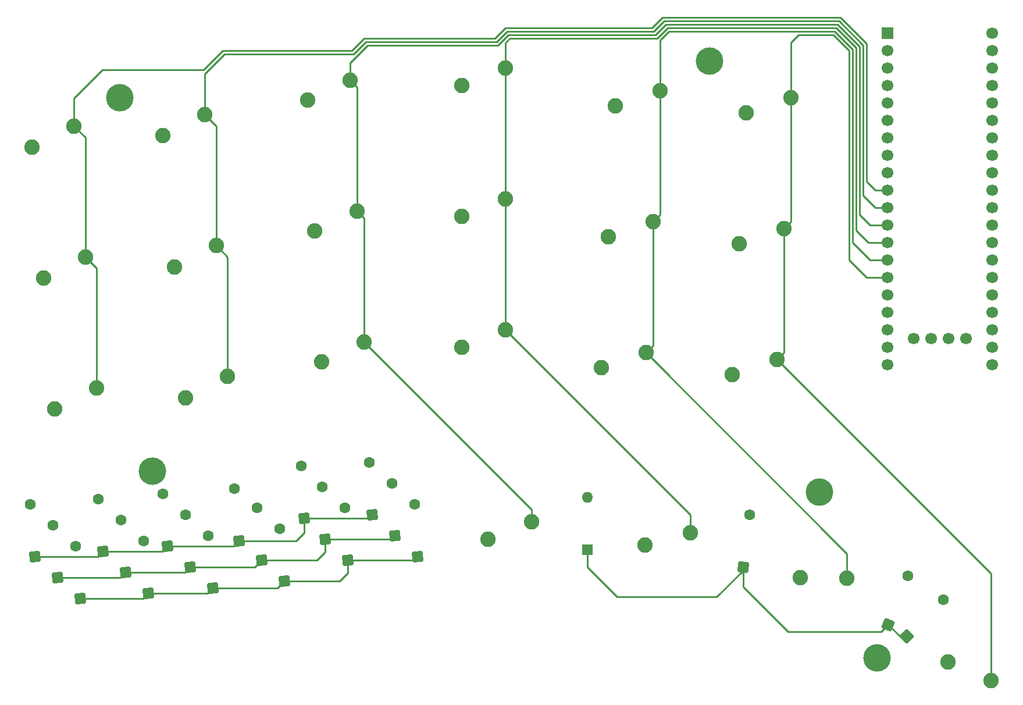
<source format=gtl>
%TF.GenerationSoftware,KiCad,Pcbnew,5.99.0-unknown-47cb7f53fd~143~ubuntu20.04.1*%
%TF.CreationDate,2021-11-19T15:51:58+01:00*%
%TF.ProjectId,rad-pad,7261642d-7061-4642-9e6b-696361645f70,rev?*%
%TF.SameCoordinates,Original*%
%TF.FileFunction,Copper,L1,Top*%
%TF.FilePolarity,Positive*%
%FSLAX46Y46*%
G04 Gerber Fmt 4.6, Leading zero omitted, Abs format (unit mm)*
G04 Created by KiCad (PCBNEW 5.99.0-unknown-47cb7f53fd~143~ubuntu20.04.1) date 2021-11-19 15:51:58*
%MOMM*%
%LPD*%
G01*
G04 APERTURE LIST*
G04 Aperture macros list*
%AMRoundRect*
0 Rectangle with rounded corners*
0 $1 Rounding radius*
0 $2 $3 $4 $5 $6 $7 $8 $9 X,Y pos of 4 corners*
0 Add a 4 corners polygon primitive as box body*
4,1,4,$2,$3,$4,$5,$6,$7,$8,$9,$2,$3,0*
0 Add four circle primitives for the rounded corners*
1,1,$1+$1,$2,$3*
1,1,$1+$1,$4,$5*
1,1,$1+$1,$6,$7*
1,1,$1+$1,$8,$9*
0 Add four rect primitives between the rounded corners*
20,1,$1+$1,$2,$3,$4,$5,0*
20,1,$1+$1,$4,$5,$6,$7,0*
20,1,$1+$1,$6,$7,$8,$9,0*
20,1,$1+$1,$8,$9,$2,$3,0*%
%AMHorizOval*
0 Thick line with rounded ends*
0 $1 width*
0 $2 $3 position (X,Y) of the first rounded end (center of the circle)*
0 $4 $5 position (X,Y) of the second rounded end (center of the circle)*
0 Add line between two ends*
20,1,$1,$2,$3,$4,$5,0*
0 Add two circle primitives to create the rounded ends*
1,1,$1,$2,$3*
1,1,$1,$4,$5*%
G04 Aperture macros list end*
%TA.AperFunction,ComponentPad*%
%ADD10C,2.250000*%
%TD*%
%TA.AperFunction,ComponentPad*%
%ADD11RoundRect,0.160000X0.693344X-0.581785X0.581785X0.693344X-0.693344X0.581785X-0.581785X-0.693344X0*%
%TD*%
%TA.AperFunction,ComponentPad*%
%ADD12HorizOval,1.600000X0.000000X0.000000X0.000000X0.000000X0*%
%TD*%
%TA.AperFunction,ComponentPad*%
%ADD13C,4.000000*%
%TD*%
%TA.AperFunction,ComponentPad*%
%ADD14RoundRect,0.160000X0.353649X-0.833146X0.833146X0.353649X-0.353649X0.833146X-0.833146X-0.353649X0*%
%TD*%
%TA.AperFunction,ComponentPad*%
%ADD15HorizOval,1.600000X0.000000X0.000000X0.000000X0.000000X0*%
%TD*%
%TA.AperFunction,ComponentPad*%
%ADD16RoundRect,0.160000X0.672618X-0.605628X0.605628X0.672618X-0.672618X0.605628X-0.605628X-0.672618X0*%
%TD*%
%TA.AperFunction,ComponentPad*%
%ADD17HorizOval,1.600000X0.000000X0.000000X0.000000X0.000000X0*%
%TD*%
%TA.AperFunction,ComponentPad*%
%ADD18RoundRect,0.160000X0.640000X-0.640000X0.640000X0.640000X-0.640000X0.640000X-0.640000X-0.640000X0*%
%TD*%
%TA.AperFunction,ComponentPad*%
%ADD19O,1.600000X1.600000*%
%TD*%
%TA.AperFunction,ComponentPad*%
%ADD20RoundRect,0.160000X0.557233X-0.713226X0.713226X0.557233X-0.557233X0.713226X-0.713226X-0.557233X0*%
%TD*%
%TA.AperFunction,ComponentPad*%
%ADD21HorizOval,1.600000X0.000000X0.000000X0.000000X0.000000X0*%
%TD*%
%TA.AperFunction,ComponentPad*%
%ADD22R,1.700000X1.700000*%
%TD*%
%TA.AperFunction,ComponentPad*%
%ADD23C,1.700000*%
%TD*%
%TA.AperFunction,ComponentPad*%
%ADD24RoundRect,0.160000X0.000000X-0.905097X0.905097X0.000000X0.000000X0.905097X-0.905097X0.000000X0*%
%TD*%
%TA.AperFunction,ComponentPad*%
%ADD25HorizOval,1.600000X0.000000X0.000000X0.000000X0.000000X0*%
%TD*%
%TA.AperFunction,Conductor*%
%ADD26C,0.254000*%
%TD*%
G04 APERTURE END LIST*
D10*
%TO.P,SW6,1,1*%
%TO.N,Net-(D6-Pad2)*%
X82978123Y-103846729D03*
%TO.P,SW6,2,2*%
%TO.N,col1*%
X89082583Y-100762955D03*
%TD*%
%TO.P,SW7,1,1*%
%TO.N,Net-(D7-Pad2)*%
X100710288Y-60527881D03*
%TO.P,SW7,2,2*%
%TO.N,col2*%
X106918652Y-57659029D03*
%TD*%
D11*
%TO.P,D11,1,K*%
%TO.N,row0*%
X90756063Y-124699502D03*
D12*
%TO.P,D11,2,A*%
%TO.N,Net-(D11-Pad2)*%
X90091937Y-117108498D03*
%TD*%
D11*
%TO.P,D4,1,K*%
%TO.N,row0*%
X70944063Y-126223502D03*
D12*
%TO.P,D4,2,A*%
%TO.N,Net-(D4-Pad2)*%
X70279937Y-118632498D03*
%TD*%
D11*
%TO.P,D13,1,K*%
%TO.N,row2*%
X97360063Y-130541502D03*
D12*
%TO.P,D13,2,A*%
%TO.N,Net-(D13-Pad2)*%
X96695937Y-122950498D03*
%TD*%
D11*
%TO.P,D6,1,K*%
%TO.N,row2*%
X77548063Y-132319502D03*
D12*
%TO.P,D6,2,A*%
%TO.N,Net-(D6-Pad2)*%
X76883937Y-124728498D03*
%TD*%
D10*
%TO.P,SW1,1,1*%
%TO.N,Net-(D1-Pad2)*%
X60626123Y-67397729D03*
%TO.P,SW1,2,2*%
%TO.N,col0*%
X66730583Y-64313955D03*
%TD*%
D13*
%TO.P,H5,*%
%TO.N,*%
X183642000Y-141732000D03*
%TD*%
%TO.P,H2,*%
%TO.N,*%
X159258000Y-54864000D03*
%TD*%
D11*
%TO.P,D7,1,K*%
%TO.N,row0*%
X80342063Y-125461502D03*
D12*
%TO.P,D7,2,A*%
%TO.N,Net-(D7-Pad2)*%
X79677937Y-117870498D03*
%TD*%
D14*
%TO.P,D18,1,K*%
%TO.N,row3*%
X185262749Y-136859140D03*
D15*
%TO.P,D18,2,A*%
%TO.N,Net-(D18-Pad2)*%
X188117251Y-129794000D03*
%TD*%
D10*
%TO.P,SW13,1,1*%
%TO.N,Net-(D13-Pad2)*%
X123190000Y-96520000D03*
%TO.P,SW13,2,2*%
%TO.N,col3*%
X129540000Y-93980000D03*
%TD*%
D16*
%TO.P,D19,1,K*%
%TO.N,row0*%
X110126800Y-120893558D03*
D17*
%TO.P,D19,2,A*%
%TO.N,Net-(D19-Pad2)*%
X109728000Y-113284000D03*
%TD*%
D11*
%TO.P,D12,1,K*%
%TO.N,row1*%
X94058063Y-127493502D03*
D12*
%TO.P,D12,2,A*%
%TO.N,Net-(D12-Pad2)*%
X93393937Y-119902498D03*
%TD*%
D10*
%TO.P,SW18,1,1*%
%TO.N,Net-(D18-Pad2)*%
X172424930Y-130075702D03*
%TO.P,SW18,2,2*%
%TO.N,col4*%
X179264048Y-130099407D03*
%TD*%
D16*
%TO.P,D21,1,K*%
%TO.N,row2*%
X116730800Y-126989558D03*
D17*
%TO.P,D21,2,A*%
%TO.N,Net-(D21-Pad2)*%
X116332000Y-119380000D03*
%TD*%
D10*
%TO.P,SW8,1,1*%
%TO.N,Net-(D8-Pad2)*%
X101726288Y-79577881D03*
%TO.P,SW8,2,2*%
%TO.N,col2*%
X107934652Y-76709029D03*
%TD*%
D18*
%TO.P,D10,1,K*%
%TO.N,row3*%
X141478000Y-125984000D03*
D19*
%TO.P,D10,2,A*%
%TO.N,Net-(D10-Pad2)*%
X141478000Y-118364000D03*
%TD*%
D10*
%TO.P,SW17,1,1*%
%TO.N,Net-(D17-Pad2)*%
X143521155Y-99499081D03*
%TO.P,SW17,2,2*%
%TO.N,col4*%
X149995386Y-97294895D03*
%TD*%
%TO.P,SW5,1,1*%
%TO.N,Net-(D5-Pad2)*%
X81327123Y-84796729D03*
%TO.P,SW5,2,2*%
%TO.N,col1*%
X87431583Y-81712955D03*
%TD*%
D13*
%TO.P,H6,*%
%TO.N,*%
X78105000Y-114554000D03*
%TD*%
D10*
%TO.P,SW14,1,1*%
%TO.N,Net-(D14-Pad2)*%
X149816947Y-125284611D03*
%TO.P,SW14,2,2*%
%TO.N,col3*%
X156429163Y-123537414D03*
%TD*%
%TO.P,SW21,1,1*%
%TO.N,Net-(D21-Pad2)*%
X162571155Y-100515081D03*
%TO.P,SW21,2,2*%
%TO.N,col5*%
X169045386Y-98310895D03*
%TD*%
D11*
%TO.P,D2,1,K*%
%TO.N,row1*%
X64340063Y-130033502D03*
D12*
%TO.P,D2,2,A*%
%TO.N,Net-(D2-Pad2)*%
X63675937Y-122442498D03*
%TD*%
D10*
%TO.P,SW11,1,1*%
%TO.N,Net-(D11-Pad2)*%
X123190000Y-58420000D03*
%TO.P,SW11,2,2*%
%TO.N,col3*%
X129540000Y-55880000D03*
%TD*%
%TO.P,SW12,1,1*%
%TO.N,Net-(D12-Pad2)*%
X123190000Y-77470000D03*
%TO.P,SW12,2,2*%
%TO.N,col3*%
X129540000Y-74930000D03*
%TD*%
%TO.P,SW19,1,1*%
%TO.N,Net-(D19-Pad2)*%
X164603155Y-62415081D03*
%TO.P,SW19,2,2*%
%TO.N,col5*%
X171077386Y-60210895D03*
%TD*%
D11*
%TO.P,D8,1,K*%
%TO.N,row1*%
X83644063Y-128509502D03*
D12*
%TO.P,D8,2,A*%
%TO.N,Net-(D8-Pad2)*%
X82979937Y-120918498D03*
%TD*%
D10*
%TO.P,SW9,1,1*%
%TO.N,Net-(D9-Pad2)*%
X102742288Y-98627881D03*
%TO.P,SW9,2,2*%
%TO.N,col2*%
X108950652Y-95759029D03*
%TD*%
D20*
%TO.P,D14,1,K*%
%TO.N,row3*%
X164127678Y-128495601D03*
D21*
%TO.P,D14,2,A*%
%TO.N,Net-(D14-Pad2)*%
X165056322Y-120932399D03*
%TD*%
D11*
%TO.P,D5,1,K*%
%TO.N,row1*%
X74246063Y-129271502D03*
D12*
%TO.P,D5,2,A*%
%TO.N,Net-(D5-Pad2)*%
X73581937Y-121680498D03*
%TD*%
D11*
%TO.P,D1,1,K*%
%TO.N,row0*%
X61038063Y-126985502D03*
D12*
%TO.P,D1,2,A*%
%TO.N,Net-(D1-Pad2)*%
X60373937Y-119394498D03*
%TD*%
D10*
%TO.P,SW2,1,1*%
%TO.N,Net-(D2-Pad2)*%
X62277123Y-86447729D03*
%TO.P,SW2,2,2*%
%TO.N,col0*%
X68381583Y-83363955D03*
%TD*%
D16*
%TO.P,D16,1,K*%
%TO.N,row1*%
X103268800Y-124449558D03*
D17*
%TO.P,D16,2,A*%
%TO.N,Net-(D16-Pad2)*%
X102870000Y-116840000D03*
%TD*%
D13*
%TO.P,H4,*%
%TO.N,*%
X175260000Y-117602000D03*
%TD*%
D11*
%TO.P,D3,1,K*%
%TO.N,row2*%
X67642063Y-133081502D03*
D12*
%TO.P,D3,2,A*%
%TO.N,Net-(D3-Pad2)*%
X66977937Y-125490498D03*
%TD*%
D16*
%TO.P,D15,1,K*%
%TO.N,row0*%
X100220800Y-121401558D03*
D17*
%TO.P,D15,2,A*%
%TO.N,Net-(D15-Pad2)*%
X99822000Y-113792000D03*
%TD*%
D22*
%TO.P,U2,1,PB12*%
%TO.N,unconnected-(U2-Pad1)*%
X185166000Y-50800000D03*
D23*
%TO.P,U2,2,PB13*%
%TO.N,unconnected-(U2-Pad2)*%
X185166000Y-53340000D03*
%TO.P,U2,3,PB14*%
%TO.N,unconnected-(U2-Pad3)*%
X185166000Y-55880000D03*
%TO.P,U2,4,PB15*%
%TO.N,unconnected-(U2-Pad4)*%
X185166000Y-58420000D03*
%TO.P,U2,5,PA8*%
%TO.N,unconnected-(U2-Pad5)*%
X185166000Y-60960000D03*
%TO.P,U2,6,PA9*%
%TO.N,unconnected-(U2-Pad6)*%
X185166000Y-63500000D03*
%TO.P,U2,7,PA10*%
%TO.N,unconnected-(U2-Pad7)*%
X185166000Y-66040000D03*
%TO.P,U2,8,PA11*%
%TO.N,unconnected-(U2-Pad8)*%
X185166000Y-68580000D03*
%TO.P,U2,9,PA12*%
%TO.N,unconnected-(U2-Pad9)*%
X185166000Y-71120000D03*
%TO.P,U2,10,PA15*%
%TO.N,col0*%
X185166000Y-73660000D03*
%TO.P,U2,11,PB3*%
%TO.N,col1*%
X185166000Y-76200000D03*
%TO.P,U2,12,PB4*%
%TO.N,col2*%
X185166000Y-78740000D03*
%TO.P,U2,13,PB5*%
%TO.N,col3*%
X185166000Y-81280000D03*
%TO.P,U2,14,PB6*%
%TO.N,col4*%
X185166000Y-83820000D03*
%TO.P,U2,15,PB7*%
%TO.N,col5*%
X185166000Y-86360000D03*
%TO.P,U2,16,PB8*%
%TO.N,unconnected-(U2-Pad16)*%
X185166000Y-88900000D03*
%TO.P,U2,17,PB9*%
%TO.N,unconnected-(U2-Pad17)*%
X185166000Y-91440000D03*
%TO.P,U2,18,5V*%
%TO.N,unconnected-(U2-Pad18)*%
X185166000Y-93980000D03*
%TO.P,U2,19,GND*%
%TO.N,GND*%
X185166000Y-96520000D03*
%TO.P,U2,20,3V3*%
%TO.N,unconnected-(U2-Pad20)*%
X185166000Y-99060000D03*
%TO.P,U2,21,VBat*%
%TO.N,unconnected-(U2-Pad21)*%
X200406000Y-99060000D03*
%TO.P,U2,22,PC13*%
%TO.N,unconnected-(U2-Pad22)*%
X200406000Y-96520000D03*
%TO.P,U2,23,PC14*%
%TO.N,unconnected-(U2-Pad23)*%
X200406000Y-93980000D03*
%TO.P,U2,24,PC15*%
%TO.N,unconnected-(U2-Pad24)*%
X200406000Y-91440000D03*
%TO.P,U2,25,RES*%
%TO.N,unconnected-(U2-Pad25)*%
X200406000Y-88900000D03*
%TO.P,U2,26,PA0*%
%TO.N,unconnected-(U2-Pad26)*%
X200406000Y-86360000D03*
%TO.P,U2,27,PA1*%
%TO.N,unconnected-(U2-Pad27)*%
X200406000Y-83820000D03*
%TO.P,U2,28,PA2*%
%TO.N,row0*%
X200406000Y-81280000D03*
%TO.P,U2,29,PA3*%
%TO.N,row1*%
X200406000Y-78740000D03*
%TO.P,U2,30,PA4*%
%TO.N,row2*%
X200406000Y-76200000D03*
%TO.P,U2,31,PA5*%
%TO.N,row3*%
X200406000Y-73660000D03*
%TO.P,U2,32,PA6*%
%TO.N,unconnected-(U2-Pad32)*%
X200406000Y-71120000D03*
%TO.P,U2,33,PA7*%
%TO.N,unconnected-(U2-Pad33)*%
X200406000Y-68580000D03*
%TO.P,U2,34,PB0*%
%TO.N,unconnected-(U2-Pad34)*%
X200406000Y-66040000D03*
%TO.P,U2,35,PB1*%
%TO.N,unconnected-(U2-Pad35)*%
X200406000Y-63500000D03*
%TO.P,U2,36,PB2*%
%TO.N,unconnected-(U2-Pad36)*%
X200406000Y-60960000D03*
%TO.P,U2,37,PB10*%
%TO.N,unconnected-(U2-Pad37)*%
X200406000Y-58420000D03*
%TO.P,U2,38,3V3*%
%TO.N,unconnected-(U2-Pad38)*%
X200406000Y-55880000D03*
%TO.P,U2,39,GND*%
%TO.N,GND*%
X200406000Y-53340000D03*
%TO.P,U2,40,5V*%
%TO.N,unconnected-(U2-Pad40)*%
X200406000Y-50800000D03*
%TO.P,U2,41,GND*%
%TO.N,GND*%
X196598000Y-95249000D03*
%TO.P,U2,42,SWCLK*%
%TO.N,unconnected-(U2-Pad42)*%
X194058000Y-95249000D03*
%TO.P,U2,43,SWIO*%
%TO.N,unconnected-(U2-Pad43)*%
X191518000Y-95249000D03*
%TO.P,U2,44,3V3*%
%TO.N,unconnected-(U2-Pad44)*%
X188978000Y-95249000D03*
%TD*%
D10*
%TO.P,SW10,1,1*%
%TO.N,Net-(D10-Pad2)*%
X127000000Y-124460000D03*
%TO.P,SW10,2,2*%
%TO.N,col2*%
X133350000Y-121920000D03*
%TD*%
%TO.P,SW22,1,1*%
%TO.N,Net-(D22-Pad2)*%
X193919974Y-142321872D03*
%TO.P,SW22,2,2*%
%TO.N,col5*%
X200206154Y-145015949D03*
%TD*%
%TO.P,SW16,1,1*%
%TO.N,Net-(D16-Pad2)*%
X144537155Y-80449081D03*
%TO.P,SW16,2,2*%
%TO.N,col4*%
X151011386Y-78244895D03*
%TD*%
D11*
%TO.P,D9,1,K*%
%TO.N,row2*%
X86946063Y-131557502D03*
D12*
%TO.P,D9,2,A*%
%TO.N,Net-(D9-Pad2)*%
X86281937Y-123966498D03*
%TD*%
D13*
%TO.P,H1,*%
%TO.N,*%
X73406000Y-60198000D03*
%TD*%
D10*
%TO.P,SW20,1,1*%
%TO.N,Net-(D20-Pad2)*%
X163587155Y-81465081D03*
%TO.P,SW20,2,2*%
%TO.N,col5*%
X170061386Y-79260895D03*
%TD*%
%TO.P,SW15,1,1*%
%TO.N,Net-(D15-Pad2)*%
X145553155Y-61399081D03*
%TO.P,SW15,2,2*%
%TO.N,col4*%
X152027386Y-59194895D03*
%TD*%
D24*
%TO.P,D22,1,K*%
%TO.N,row3*%
X187932923Y-138611154D03*
D25*
%TO.P,D22,2,A*%
%TO.N,Net-(D22-Pad2)*%
X193321077Y-133223000D03*
%TD*%
D10*
%TO.P,SW4,1,1*%
%TO.N,Net-(D4-Pad2)*%
X79650723Y-65721329D03*
%TO.P,SW4,2,2*%
%TO.N,col1*%
X85755183Y-62637555D03*
%TD*%
D16*
%TO.P,D20,1,K*%
%TO.N,row1*%
X113428800Y-123941558D03*
D17*
%TO.P,D20,2,A*%
%TO.N,Net-(D20-Pad2)*%
X113030000Y-116332000D03*
%TD*%
D10*
%TO.P,SW3,1,1*%
%TO.N,Net-(D3-Pad2)*%
X63928123Y-105497729D03*
%TO.P,SW3,2,2*%
%TO.N,col0*%
X70032583Y-102413955D03*
%TD*%
D16*
%TO.P,D17,1,K*%
%TO.N,row2*%
X106570800Y-127497558D03*
D17*
%TO.P,D17,2,A*%
%TO.N,Net-(D17-Pad2)*%
X106172000Y-119888000D03*
%TD*%
D26*
%TO.N,row0*%
X99074498Y-124699502D02*
X100220800Y-123553200D01*
X100220800Y-121401558D02*
X109618800Y-121401558D01*
X79580063Y-126223502D02*
X80342063Y-125461502D01*
X89994063Y-125461502D02*
X90756063Y-124699502D01*
X109618800Y-121401558D02*
X110126800Y-120893558D01*
X90756063Y-124699502D02*
X99074498Y-124699502D01*
X61038063Y-126985502D02*
X70182063Y-126985502D01*
X70182063Y-126985502D02*
X70944063Y-126223502D01*
X100220800Y-123553200D02*
X100220800Y-121401558D01*
X80342063Y-125461502D02*
X89994063Y-125461502D01*
X70944063Y-126223502D02*
X79580063Y-126223502D01*
%TO.N,row1*%
X82882063Y-129271502D02*
X83644063Y-128509502D01*
X103268800Y-124449558D02*
X112920800Y-124449558D01*
X64340063Y-130033502D02*
X73484063Y-130033502D01*
X103268800Y-126347200D02*
X103268800Y-124449558D01*
X83644063Y-128509502D02*
X93042063Y-128509502D01*
X93042063Y-128509502D02*
X94058063Y-127493502D01*
X73484063Y-130033502D02*
X74246063Y-129271502D01*
X74246063Y-129271502D02*
X82882063Y-129271502D01*
X112920800Y-124449558D02*
X113428800Y-123941558D01*
X102122498Y-127493502D02*
X103268800Y-126347200D01*
X94058063Y-127493502D02*
X102122498Y-127493502D01*
%TO.N,row2*%
X105424498Y-130541502D02*
X106570800Y-129395200D01*
X86946063Y-131557502D02*
X96344063Y-131557502D01*
X77548063Y-132319502D02*
X86184063Y-132319502D01*
X86184063Y-132319502D02*
X86946063Y-131557502D01*
X116222800Y-127497558D02*
X116730800Y-126989558D01*
X76786063Y-133081502D02*
X77548063Y-132319502D01*
X96344063Y-131557502D02*
X97360063Y-130541502D01*
X106570800Y-129395200D02*
X106570800Y-127497558D01*
X106570800Y-127497558D02*
X116222800Y-127497558D01*
X97360063Y-130541502D02*
X105424498Y-130541502D01*
X67642063Y-133081502D02*
X76786063Y-133081502D01*
%TO.N,row3*%
X170688000Y-137922000D02*
X184199889Y-137922000D01*
X160274000Y-132842000D02*
X164127678Y-128988322D01*
X141478000Y-125984000D02*
X141478000Y-128524000D01*
X141478000Y-128524000D02*
X145796000Y-132842000D01*
X145796000Y-132842000D02*
X160274000Y-132842000D01*
X184199889Y-137922000D02*
X185262749Y-136859140D01*
X164127678Y-128495601D02*
X164127678Y-131361678D01*
X164127678Y-128988322D02*
X164127678Y-128495601D01*
X185262749Y-136859140D02*
X187014763Y-138611154D01*
X187014763Y-138611154D02*
X187932923Y-138611154D01*
X164127678Y-131361678D02*
X170688000Y-137922000D01*
%TO.N,col0*%
X85598000Y-56134000D02*
X88392000Y-53340000D01*
X182118000Y-52324000D02*
X182118000Y-72390000D01*
X88392000Y-53340000D02*
X107188000Y-53340000D01*
X128016000Y-51562000D02*
X129540000Y-50038000D01*
X183388000Y-73660000D02*
X185166000Y-73660000D01*
X178308000Y-48514000D02*
X182118000Y-52324000D01*
X129540000Y-50038000D02*
X150876000Y-50038000D01*
X108966000Y-51562000D02*
X128016000Y-51562000D01*
X70032583Y-102413955D02*
X70032583Y-85014955D01*
X66730583Y-60269417D02*
X70866000Y-56134000D01*
X152400000Y-48514000D02*
X178308000Y-48514000D01*
X66730583Y-64313955D02*
X66730583Y-60269417D01*
X70866000Y-56134000D02*
X85598000Y-56134000D01*
X107188000Y-53340000D02*
X108966000Y-51562000D01*
X150876000Y-50038000D02*
X152400000Y-48514000D01*
X182118000Y-72390000D02*
X183388000Y-73660000D01*
X68381583Y-65964955D02*
X66730583Y-64313955D01*
X70032583Y-85014955D02*
X68381583Y-83363955D01*
X68381583Y-83363955D02*
X68381583Y-65964955D01*
%TO.N,col1*%
X152654480Y-49021520D02*
X178097778Y-49021520D01*
X89082583Y-83363955D02*
X87431583Y-81712955D01*
X181610000Y-52533742D02*
X181610000Y-74422000D01*
X109220000Y-52069520D02*
X128226221Y-52069520D01*
X87431583Y-81712955D02*
X87431583Y-64313955D01*
X89082583Y-100762955D02*
X89082583Y-83363955D01*
X85755183Y-56694559D02*
X88602222Y-53847520D01*
X183388000Y-76200000D02*
X185166000Y-76200000D01*
X107442480Y-53847520D02*
X109220000Y-52070000D01*
X109220000Y-52070000D02*
X109220000Y-52069520D01*
X178097778Y-49021520D02*
X181610000Y-52533742D01*
X151130480Y-50545520D02*
X152654480Y-49021520D01*
X181610000Y-74422000D02*
X183388000Y-76200000D01*
X129750222Y-50545520D02*
X151130480Y-50545520D01*
X85755183Y-62637555D02*
X85755183Y-56694559D01*
X88602222Y-53847520D02*
X107442480Y-53847520D01*
X87431583Y-64313955D02*
X85755183Y-62637555D01*
X128226221Y-52069520D02*
X129750222Y-50545520D01*
%TO.N,col2*%
X181102000Y-77216000D02*
X182626000Y-78740000D01*
X133350000Y-120158377D02*
X108950652Y-95759029D01*
X107934652Y-58675029D02*
X106918652Y-57659029D01*
X107934652Y-76709029D02*
X107934652Y-58675029D01*
X128436442Y-52577040D02*
X129960444Y-51053040D01*
X106918652Y-57659029D02*
X106918652Y-55089090D01*
X108950652Y-77725029D02*
X107934652Y-76709029D01*
X151384960Y-51053040D02*
X152908960Y-49529040D01*
X181102480Y-77215520D02*
X181102000Y-77216000D01*
X152908960Y-49529040D02*
X177887556Y-49529040D01*
X182626000Y-78740000D02*
X185166000Y-78740000D01*
X109430702Y-52577040D02*
X128436442Y-52577040D01*
X133350000Y-121920000D02*
X133350000Y-120158377D01*
X177887556Y-49529040D02*
X181102480Y-52743964D01*
X181102480Y-52743964D02*
X181102480Y-77215520D01*
X108950652Y-95759029D02*
X108950652Y-77725029D01*
X129960444Y-51053040D02*
X151384960Y-51053040D01*
X106918652Y-55089090D02*
X109430702Y-52577040D01*
%TO.N,col3*%
X177677334Y-50036560D02*
X180594960Y-52954186D01*
X130170666Y-51560560D02*
X151595182Y-51560560D01*
X180594960Y-52954186D02*
X180594960Y-76961040D01*
X129540000Y-55880000D02*
X129540000Y-52191225D01*
X156429163Y-123537414D02*
X156429163Y-120869163D01*
X129540000Y-93980000D02*
X129540000Y-74930000D01*
X182372000Y-81280000D02*
X185166000Y-81280000D01*
X180594000Y-76962000D02*
X180594000Y-79502000D01*
X153119182Y-50036560D02*
X177677334Y-50036560D01*
X180594960Y-76961040D02*
X180594000Y-76962000D01*
X151595182Y-51560560D02*
X153119182Y-50036560D01*
X129540000Y-74930000D02*
X129540000Y-55880000D01*
X129540000Y-52191225D02*
X130170666Y-51560560D01*
X156429163Y-120869163D02*
X129540000Y-93980000D01*
X180594000Y-79502000D02*
X182372000Y-81280000D01*
%TO.N,col4*%
X180087440Y-53164408D02*
X180087440Y-62990560D01*
X152027386Y-59194895D02*
X152027386Y-51846098D01*
X179264048Y-126563557D02*
X149995386Y-97294895D01*
X179264048Y-130099407D02*
X179264048Y-126563557D01*
X180086000Y-62992000D02*
X180086000Y-81280000D01*
X153329404Y-50544080D02*
X177467112Y-50544080D01*
X182626000Y-83820000D02*
X185166000Y-83820000D01*
X177467112Y-50544080D02*
X180087440Y-53164408D01*
X180086000Y-81280000D02*
X182626000Y-83820000D01*
X151011386Y-78244895D02*
X152027386Y-77228895D01*
X152027386Y-51846098D02*
X153329404Y-50544080D01*
X152027386Y-77228895D02*
X152027386Y-59194895D01*
X149995386Y-97294895D02*
X151011386Y-96278895D01*
X151011386Y-96278895D02*
X151011386Y-78244895D01*
X180087440Y-62990560D02*
X180086000Y-62992000D01*
%TO.N,col5*%
X170061386Y-97294895D02*
X170061386Y-79260895D01*
X171077386Y-78244895D02*
X171077386Y-60210895D01*
X200206154Y-145015949D02*
X200206154Y-129471663D01*
X179578000Y-83820000D02*
X182118000Y-86360000D01*
X170061386Y-79260895D02*
X171077386Y-78244895D01*
X177256890Y-51051600D02*
X179578000Y-53372710D01*
X171077386Y-52186214D02*
X172212000Y-51051600D01*
X182118000Y-86360000D02*
X185166000Y-86360000D01*
X179578000Y-53372710D02*
X179578000Y-83820000D01*
X172212000Y-51051600D02*
X177256890Y-51051600D01*
X200206154Y-129471663D02*
X169045386Y-98310895D01*
X171077386Y-60210895D02*
X171077386Y-52186214D01*
X169045386Y-98310895D02*
X170061386Y-97294895D01*
%TD*%
M02*

</source>
